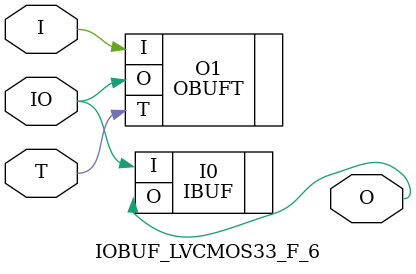
<source format=v>


`timescale  1 ps / 1 ps


module IOBUF_LVCMOS33_F_6 (O, IO, I, T);

    output O;

    inout  IO;

    input  I, T;

        OBUFT #(.IOSTANDARD("LVCMOS33"), .SLEW("FAST"), .DRIVE(6)) O1 (.O(IO), .I(I), .T(T)); 
	IBUF #(.IOSTANDARD("LVCMOS33"))  I0 (.O(O), .I(IO));
        

endmodule



</source>
